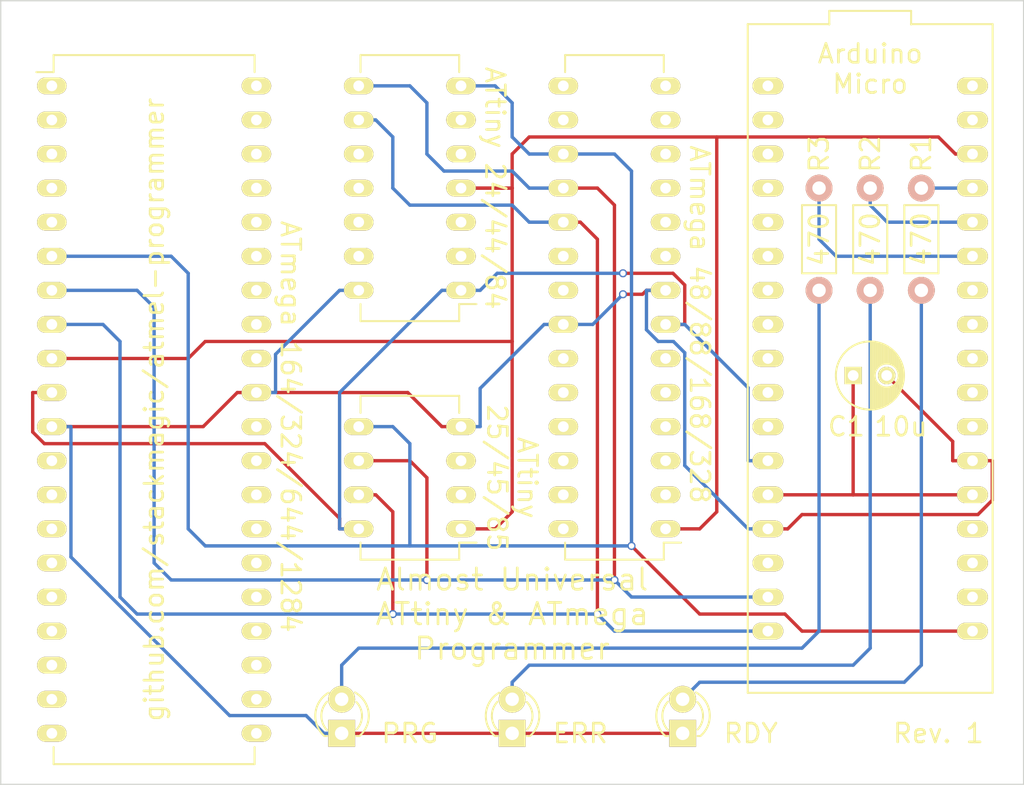
<source format=kicad_pcb>
(kicad_pcb (version 20171130) (host pcbnew "(5.1.12)-1")

  (general
    (thickness 1.6)
    (drawings 12)
    (tracks 181)
    (zones 0)
    (modules 12)
    (nets 78)
  )

  (page A4)
  (layers
    (0 F.Cu signal)
    (31 B.Cu signal)
    (32 B.Adhes user)
    (33 F.Adhes user)
    (34 B.Paste user)
    (35 F.Paste user)
    (36 B.SilkS user)
    (37 F.SilkS user)
    (38 B.Mask user)
    (39 F.Mask user)
    (40 Dwgs.User user)
    (41 Cmts.User user)
    (42 Eco1.User user)
    (43 Eco2.User user)
    (44 Edge.Cuts user)
    (45 Margin user)
    (46 B.CrtYd user)
    (47 F.CrtYd user)
    (48 B.Fab user)
    (49 F.Fab user)
  )

  (setup
    (last_trace_width 0.25)
    (trace_clearance 0.2)
    (zone_clearance 0.508)
    (zone_45_only yes)
    (trace_min 0.2)
    (via_size 0.6)
    (via_drill 0.4)
    (via_min_size 0.4)
    (via_min_drill 0.3)
    (uvia_size 0.3)
    (uvia_drill 0.1)
    (uvias_allowed no)
    (uvia_min_size 0.2)
    (uvia_min_drill 0.1)
    (edge_width 0.1)
    (segment_width 0.2)
    (pcb_text_width 0.3)
    (pcb_text_size 1.5 1.5)
    (mod_edge_width 0.15)
    (mod_text_size 1 1)
    (mod_text_width 0.15)
    (pad_size 2.2 1.25)
    (pad_drill 0.8)
    (pad_to_mask_clearance 0)
    (aux_axis_origin 0 0)
    (visible_elements 7FFFFFFF)
    (pcbplotparams
      (layerselection 0x010f0_80000001)
      (usegerberextensions false)
      (usegerberattributes true)
      (usegerberadvancedattributes true)
      (creategerberjobfile true)
      (excludeedgelayer true)
      (linewidth 0.100000)
      (plotframeref false)
      (viasonmask false)
      (mode 1)
      (useauxorigin false)
      (hpglpennumber 1)
      (hpglpenspeed 20)
      (hpglpendiameter 15.000000)
      (psnegative false)
      (psa4output false)
      (plotreference true)
      (plotvalue true)
      (plotinvisibletext false)
      (padsonsilk false)
      (subtractmaskfromsilk false)
      (outputformat 1)
      (mirror false)
      (drillshape 0)
      (scaleselection 1)
      (outputdirectory "gerber/"))
  )

  (net 0 "")
  (net 1 "Net-(C1-Pad1)")
  (net 2 GND)
  (net 3 "Net-(D1-Pad2)")
  (net 4 "Net-(D2-Pad2)")
  (net 5 "Net-(D3-Pad2)")
  (net 6 RST)
  (net 7 "Net-(IC1-Pad2)")
  (net 8 "Net-(IC1-Pad3)")
  (net 9 MOSI)
  (net 10 MISO)
  (net 11 VCC)
  (net 12 "Net-(IC2-Pad2)")
  (net 13 "Net-(IC2-Pad3)")
  (net 14 "Net-(IC2-Pad5)")
  (net 15 "Net-(IC2-Pad6)")
  (net 16 SCK)
  (net 17 "Net-(IC2-Pad10)")
  (net 18 "Net-(IC2-Pad11)")
  (net 19 "Net-(IC2-Pad12)")
  (net 20 "Net-(IC2-Pad13)")
  (net 21 "Net-(IC3-Pad2)")
  (net 22 "Net-(IC3-Pad3)")
  (net 23 "Net-(IC3-Pad4)")
  (net 24 "Net-(IC3-Pad5)")
  (net 25 "Net-(IC3-Pad6)")
  (net 26 "Net-(IC3-Pad9)")
  (net 27 "Net-(IC3-Pad10)")
  (net 28 "Net-(IC3-Pad11)")
  (net 29 "Net-(IC3-Pad12)")
  (net 30 "Net-(IC3-Pad13)")
  (net 31 "Net-(IC3-Pad14)")
  (net 32 "Net-(IC3-Pad15)")
  (net 33 "Net-(IC3-Pad16)")
  (net 34 "Net-(IC3-Pad20)")
  (net 35 "Net-(IC3-Pad21)")
  (net 36 "Net-(IC3-Pad23)")
  (net 37 "Net-(IC3-Pad24)")
  (net 38 "Net-(IC3-Pad25)")
  (net 39 "Net-(IC3-Pad26)")
  (net 40 "Net-(IC3-Pad27)")
  (net 41 "Net-(IC3-Pad28)")
  (net 42 "Net-(IC4-Pad1)")
  (net 43 "Net-(IC4-Pad2)")
  (net 44 "Net-(IC4-Pad3)")
  (net 45 "Net-(IC4-Pad4)")
  (net 46 "Net-(IC4-Pad5)")
  (net 47 "Net-(IC4-Pad12)")
  (net 48 "Net-(IC4-Pad13)")
  (net 49 "Net-(IC4-Pad14)")
  (net 50 "Net-(IC4-Pad15)")
  (net 51 "Net-(IC4-Pad16)")
  (net 52 "Net-(IC4-Pad17)")
  (net 53 "Net-(IC4-Pad18)")
  (net 54 "Net-(IC4-Pad19)")
  (net 55 "Net-(IC4-Pad20)")
  (net 56 "Net-(IC4-Pad21)")
  (net 57 "Net-(IC4-Pad22)")
  (net 58 "Net-(IC4-Pad23)")
  (net 59 "Net-(IC4-Pad24)")
  (net 60 "Net-(IC4-Pad25)")
  (net 61 "Net-(IC4-Pad26)")
  (net 62 "Net-(IC4-Pad27)")
  (net 63 "Net-(IC4-Pad28)")
  (net 64 "Net-(IC4-Pad29)")
  (net 65 "Net-(IC4-Pad30)")
  (net 66 "Net-(IC4-Pad32)")
  (net 67 "Net-(IC4-Pad33)")
  (net 68 "Net-(IC4-Pad34)")
  (net 69 "Net-(IC4-Pad35)")
  (net 70 "Net-(IC4-Pad36)")
  (net 71 "Net-(IC4-Pad37)")
  (net 72 "Net-(IC4-Pad38)")
  (net 73 "Net-(IC4-Pad39)")
  (net 74 "Net-(IC4-Pad40)")
  (net 75 "Net-(R1-Pad2)")
  (net 76 "Net-(R2-Pad2)")
  (net 77 "Net-(R3-Pad2)")

  (net_class Default "This is the default net class."
    (clearance 0.2)
    (trace_width 0.25)
    (via_dia 0.6)
    (via_drill 0.4)
    (uvia_dia 0.3)
    (uvia_drill 0.1)
    (add_net GND)
    (add_net MISO)
    (add_net MOSI)
    (add_net "Net-(C1-Pad1)")
    (add_net "Net-(D1-Pad2)")
    (add_net "Net-(D2-Pad2)")
    (add_net "Net-(D3-Pad2)")
    (add_net "Net-(IC1-Pad2)")
    (add_net "Net-(IC1-Pad3)")
    (add_net "Net-(IC2-Pad10)")
    (add_net "Net-(IC2-Pad11)")
    (add_net "Net-(IC2-Pad12)")
    (add_net "Net-(IC2-Pad13)")
    (add_net "Net-(IC2-Pad2)")
    (add_net "Net-(IC2-Pad3)")
    (add_net "Net-(IC2-Pad5)")
    (add_net "Net-(IC2-Pad6)")
    (add_net "Net-(IC3-Pad10)")
    (add_net "Net-(IC3-Pad11)")
    (add_net "Net-(IC3-Pad12)")
    (add_net "Net-(IC3-Pad13)")
    (add_net "Net-(IC3-Pad14)")
    (add_net "Net-(IC3-Pad15)")
    (add_net "Net-(IC3-Pad16)")
    (add_net "Net-(IC3-Pad2)")
    (add_net "Net-(IC3-Pad20)")
    (add_net "Net-(IC3-Pad21)")
    (add_net "Net-(IC3-Pad23)")
    (add_net "Net-(IC3-Pad24)")
    (add_net "Net-(IC3-Pad25)")
    (add_net "Net-(IC3-Pad26)")
    (add_net "Net-(IC3-Pad27)")
    (add_net "Net-(IC3-Pad28)")
    (add_net "Net-(IC3-Pad3)")
    (add_net "Net-(IC3-Pad4)")
    (add_net "Net-(IC3-Pad5)")
    (add_net "Net-(IC3-Pad6)")
    (add_net "Net-(IC3-Pad9)")
    (add_net "Net-(IC4-Pad1)")
    (add_net "Net-(IC4-Pad12)")
    (add_net "Net-(IC4-Pad13)")
    (add_net "Net-(IC4-Pad14)")
    (add_net "Net-(IC4-Pad15)")
    (add_net "Net-(IC4-Pad16)")
    (add_net "Net-(IC4-Pad17)")
    (add_net "Net-(IC4-Pad18)")
    (add_net "Net-(IC4-Pad19)")
    (add_net "Net-(IC4-Pad2)")
    (add_net "Net-(IC4-Pad20)")
    (add_net "Net-(IC4-Pad21)")
    (add_net "Net-(IC4-Pad22)")
    (add_net "Net-(IC4-Pad23)")
    (add_net "Net-(IC4-Pad24)")
    (add_net "Net-(IC4-Pad25)")
    (add_net "Net-(IC4-Pad26)")
    (add_net "Net-(IC4-Pad27)")
    (add_net "Net-(IC4-Pad28)")
    (add_net "Net-(IC4-Pad29)")
    (add_net "Net-(IC4-Pad3)")
    (add_net "Net-(IC4-Pad30)")
    (add_net "Net-(IC4-Pad32)")
    (add_net "Net-(IC4-Pad33)")
    (add_net "Net-(IC4-Pad34)")
    (add_net "Net-(IC4-Pad35)")
    (add_net "Net-(IC4-Pad36)")
    (add_net "Net-(IC4-Pad37)")
    (add_net "Net-(IC4-Pad38)")
    (add_net "Net-(IC4-Pad39)")
    (add_net "Net-(IC4-Pad4)")
    (add_net "Net-(IC4-Pad40)")
    (add_net "Net-(IC4-Pad5)")
    (add_net "Net-(R1-Pad2)")
    (add_net "Net-(R2-Pad2)")
    (add_net "Net-(R3-Pad2)")
    (add_net RST)
    (add_net SCK)
    (add_net VCC)
  )

  (module Capacitors_ThroughHole:C_Radial_D5_L6_P2.5 (layer F.Cu) (tedit 57323442) (tstamp 5730BC2E)
    (at 166.37 105.41)
    (descr "Radial Electrolytic Capacitor Diameter 5mm x Length 6mm, Pitch 2.5mm")
    (tags "Electrolytic Capacitor")
    (path /572F0B48)
    (fp_text reference C1 (at -0.508 3.81) (layer F.SilkS)
      (effects (font (size 1.4 1.4) (thickness 0.2)))
    )
    (fp_text value 10u (at 3.556 3.81) (layer F.SilkS)
      (effects (font (size 1.4 1.4) (thickness 0.2)))
    )
    (fp_circle (center 1.25 0) (end 1.25 -2.8) (layer F.CrtYd) (width 0.05))
    (fp_circle (center 1.25 0) (end 1.25 -2.5375) (layer F.SilkS) (width 0.15))
    (fp_circle (center 2.5 0) (end 2.5 -0.9) (layer F.SilkS) (width 0.15))
    (fp_line (start 3.705 -0.472) (end 3.705 0.472) (layer F.SilkS) (width 0.15))
    (fp_line (start 3.565 -0.944) (end 3.565 0.944) (layer F.SilkS) (width 0.15))
    (fp_line (start 3.425 -1.233) (end 3.425 1.233) (layer F.SilkS) (width 0.15))
    (fp_line (start 3.285 0.44) (end 3.285 1.452) (layer F.SilkS) (width 0.15))
    (fp_line (start 3.285 -1.452) (end 3.285 -0.44) (layer F.SilkS) (width 0.15))
    (fp_line (start 3.145 0.628) (end 3.145 1.631) (layer F.SilkS) (width 0.15))
    (fp_line (start 3.145 -1.631) (end 3.145 -0.628) (layer F.SilkS) (width 0.15))
    (fp_line (start 3.005 0.745) (end 3.005 1.78) (layer F.SilkS) (width 0.15))
    (fp_line (start 3.005 -1.78) (end 3.005 -0.745) (layer F.SilkS) (width 0.15))
    (fp_line (start 2.865 0.823) (end 2.865 1.908) (layer F.SilkS) (width 0.15))
    (fp_line (start 2.865 -1.908) (end 2.865 -0.823) (layer F.SilkS) (width 0.15))
    (fp_line (start 2.725 0.871) (end 2.725 2.019) (layer F.SilkS) (width 0.15))
    (fp_line (start 2.725 -2.019) (end 2.725 -0.871) (layer F.SilkS) (width 0.15))
    (fp_line (start 2.585 0.896) (end 2.585 2.114) (layer F.SilkS) (width 0.15))
    (fp_line (start 2.585 -2.114) (end 2.585 -0.896) (layer F.SilkS) (width 0.15))
    (fp_line (start 2.445 0.898) (end 2.445 2.196) (layer F.SilkS) (width 0.15))
    (fp_line (start 2.445 -2.196) (end 2.445 -0.898) (layer F.SilkS) (width 0.15))
    (fp_line (start 2.305 0.879) (end 2.305 2.266) (layer F.SilkS) (width 0.15))
    (fp_line (start 2.305 -2.266) (end 2.305 -0.879) (layer F.SilkS) (width 0.15))
    (fp_line (start 2.165 0.835) (end 2.165 2.327) (layer F.SilkS) (width 0.15))
    (fp_line (start 2.165 -2.327) (end 2.165 -0.835) (layer F.SilkS) (width 0.15))
    (fp_line (start 2.025 0.764) (end 2.025 2.377) (layer F.SilkS) (width 0.15))
    (fp_line (start 2.025 -2.377) (end 2.025 -0.764) (layer F.SilkS) (width 0.15))
    (fp_line (start 1.885 0.657) (end 1.885 2.418) (layer F.SilkS) (width 0.15))
    (fp_line (start 1.885 -2.418) (end 1.885 -0.657) (layer F.SilkS) (width 0.15))
    (fp_line (start 1.745 0.49) (end 1.745 2.451) (layer F.SilkS) (width 0.15))
    (fp_line (start 1.745 -2.451) (end 1.745 -0.49) (layer F.SilkS) (width 0.15))
    (fp_line (start 1.605 0.095) (end 1.605 2.475) (layer F.SilkS) (width 0.15))
    (fp_line (start 1.605 -2.475) (end 1.605 -0.095) (layer F.SilkS) (width 0.15))
    (fp_line (start 1.465 -2.491) (end 1.465 2.491) (layer F.SilkS) (width 0.15))
    (fp_line (start 1.325 -2.499) (end 1.325 2.499) (layer F.SilkS) (width 0.15))
    (pad 1 thru_hole rect (at 0 0) (size 1.3 1.3) (drill 0.8) (layers *.Cu *.Mask F.SilkS)
      (net 1 "Net-(C1-Pad1)"))
    (pad 2 thru_hole circle (at 2.5 0) (size 1.3 1.3) (drill 0.8) (layers *.Cu *.Mask F.SilkS)
      (net 2 GND))
    (model Capacitors_ThroughHole.3dshapes/C_Radial_D5_L6_P2.5.wrl
      (offset (xyz 1.250000021226883 0 0))
      (scale (xyz 1 1 1))
      (rotate (xyz 0 0 90))
    )
  )

  (module custom_footprints:ArduinoMicro (layer F.Cu) (tedit 57326353) (tstamp 572F1CEC)
    (at 167.64 104.14 270)
    (path /572F0AA4)
    (fp_text reference U1 (at -24.13 0) (layer F.SilkS) hide
      (effects (font (size 1.2 1.2) (thickness 0.15)))
    )
    (fp_text value Arduino_Micro_ISP (at 0 5.08 270) (layer F.Fab) hide
      (effects (font (size 1.2 1.2) (thickness 0.15)))
    )
    (fp_line (start -24.92 3.039999) (end -24.92 9.119999) (layer F.SilkS) (width 0.15))
    (fp_line (start -24.92 -9.12) (end -24.92 -3.04) (layer F.SilkS) (width 0.15))
    (fp_line (start 24.92 -9.119999) (end -24.92 -9.12) (layer F.SilkS) (width 0.15))
    (fp_line (start 24.92 9.12) (end 24.92 -9.119999) (layer F.SilkS) (width 0.15))
    (fp_line (start -24.92 9.119999) (end 24.92 9.12) (layer F.SilkS) (width 0.15))
    (fp_line (start -25.908 -3.048) (end -24.892 -3.048) (layer F.SilkS) (width 0.15))
    (fp_line (start -25.908 3.048) (end -25.908 -3.048) (layer F.SilkS) (width 0.15))
    (fp_line (start -24.892 3.048) (end -25.908 3.048) (layer F.SilkS) (width 0.15))
    (pad 34 thru_hole oval (at -20.32 -7.62 270) (size 1.25 2.3) (drill 0.8) (layers *.Cu *.Mask F.SilkS))
    (pad 1 thru_hole oval (at -20.32 7.62 270) (size 1.25 2.3) (drill 0.8) (layers *.Cu *.Mask F.SilkS))
    (pad 33 thru_hole oval (at -17.78 -7.62 270) (size 1.25 2.3) (drill 0.8) (layers *.Cu *.Mask F.SilkS))
    (pad 2 thru_hole oval (at -17.78 7.62 270) (size 1.25 2.3) (drill 0.8) (layers *.Cu *.Mask F.SilkS))
    (pad 32 thru_hole oval (at -15.24 -7.62 270) (size 1.25 2.3) (drill 0.8) (layers *.Cu *.Mask F.SilkS)
      (net 6 RST))
    (pad 3 thru_hole oval (at -15.24 7.62 270) (size 1.25 2.3) (drill 0.8) (layers *.Cu *.Mask F.SilkS))
    (pad 31 thru_hole oval (at -12.7 -7.62 270) (size 1.25 2.3) (drill 0.8) (layers *.Cu *.Mask F.SilkS)
      (net 75 "Net-(R1-Pad2)"))
    (pad 4 thru_hole oval (at -12.7 7.62 270) (size 1.25 2.3) (drill 0.8) (layers *.Cu *.Mask F.SilkS))
    (pad 30 thru_hole oval (at -10.16 -7.62 270) (size 1.25 2.3) (drill 0.8) (layers *.Cu *.Mask F.SilkS)
      (net 76 "Net-(R2-Pad2)"))
    (pad 5 thru_hole oval (at -10.16 7.62 270) (size 1.25 2.3) (drill 0.8) (layers *.Cu *.Mask F.SilkS))
    (pad 29 thru_hole oval (at -7.62 -7.62 270) (size 1.25 2.3) (drill 0.8) (layers *.Cu *.Mask F.SilkS)
      (net 77 "Net-(R3-Pad2)"))
    (pad 6 thru_hole oval (at -7.62 7.62 270) (size 1.25 2.3) (drill 0.8) (layers *.Cu *.Mask F.SilkS))
    (pad 28 thru_hole oval (at -5.08 -7.62 270) (size 1.25 2.3) (drill 0.8) (layers *.Cu *.Mask F.SilkS))
    (pad 7 thru_hole oval (at -5.08 7.62 270) (size 1.25 2.3) (drill 0.8) (layers *.Cu *.Mask F.SilkS))
    (pad 27 thru_hole oval (at -2.54 -7.62 270) (size 1.25 2.3) (drill 0.8) (layers *.Cu *.Mask F.SilkS))
    (pad 8 thru_hole oval (at -2.54 7.62 270) (size 1.25 2.3) (drill 0.8) (layers *.Cu *.Mask F.SilkS))
    (pad 26 thru_hole oval (at 0 -7.62 270) (size 1.25 2.3) (drill 0.8) (layers *.Cu *.Mask F.SilkS))
    (pad 9 thru_hole oval (at 0 7.62 270) (size 1.25 2.3) (drill 0.8) (layers *.Cu *.Mask F.SilkS))
    (pad 25 thru_hole oval (at 2.54 -7.62 270) (size 1.25 2.3) (drill 0.8) (layers *.Cu *.Mask F.SilkS))
    (pad 10 thru_hole oval (at 2.54 7.62 270) (size 1.25 2.3) (drill 0.8) (layers *.Cu *.Mask F.SilkS))
    (pad 24 thru_hole oval (at 5.08 -7.62 270) (size 1.25 2.3) (drill 0.8) (layers *.Cu *.Mask F.SilkS))
    (pad 11 thru_hole oval (at 5.08 7.62 270) (size 1.25 2.3) (drill 0.8) (layers *.Cu *.Mask F.SilkS))
    (pad 23 thru_hole oval (at 7.62 -7.62 270) (size 1.25 2.3) (drill 0.8) (layers *.Cu *.Mask F.SilkS)
      (net 2 GND))
    (pad 12 thru_hole oval (at 7.62 7.62 270) (size 1.25 2.3) (drill 0.8) (layers *.Cu *.Mask F.SilkS)
      (net 11 VCC))
    (pad 22 thru_hole oval (at 10.16 -7.62 270) (size 1.25 2.3) (drill 0.8) (layers *.Cu *.Mask F.SilkS)
      (net 1 "Net-(C1-Pad1)"))
    (pad 13 thru_hole oval (at 10.16 7.62 270) (size 1.25 2.3) (drill 0.8) (layers *.Cu *.Mask F.SilkS)
      (net 1 "Net-(C1-Pad1)"))
    (pad 21 thru_hole oval (at 12.7 -7.62 270) (size 1.25 2.3) (drill 0.8) (layers *.Cu *.Mask F.SilkS))
    (pad 14 thru_hole oval (at 12.7 7.62 270) (size 1.25 2.3) (drill 0.8) (layers *.Cu *.Mask F.SilkS)
      (net 2 GND))
    (pad 20 thru_hole oval (at 15.24 -7.62 270) (size 1.25 2.3) (drill 0.8) (layers *.Cu *.Mask F.SilkS))
    (pad 15 thru_hole oval (at 15.24 7.62 270) (size 1.25 2.3) (drill 0.8) (layers *.Cu *.Mask F.SilkS))
    (pad 19 thru_hole oval (at 17.78 -7.62 270) (size 1.25 2.3) (drill 0.8) (layers *.Cu *.Mask F.SilkS))
    (pad 16 thru_hole oval (at 17.78 7.62 270) (size 1.25 2.3) (drill 0.8) (layers *.Cu *.Mask F.SilkS)
      (net 10 MISO))
    (pad 18 thru_hole oval (at 20.32 -7.62 270) (size 1.25 2.3) (drill 0.8) (layers *.Cu *.Mask F.SilkS)
      (net 9 MOSI))
    (pad 17 thru_hole oval (at 20.32 7.62 270) (size 1.25 2.3) (drill 0.8) (layers *.Cu *.Mask F.SilkS)
      (net 16 SCK))
  )

  (module LEDs:LED-3MM (layer F.Cu) (tedit 57326356) (tstamp 5730BC3F)
    (at 153.67 132.08 90)
    (descr "LED 3mm round vertical")
    (tags "LED  3mm round vertical")
    (path /572F0391)
    (fp_text reference D1 (at 5.08 0 180) (layer F.SilkS) hide
      (effects (font (size 1 1) (thickness 0.15)))
    )
    (fp_text value LED (at 1.3 -2.9 90) (layer F.Fab) hide
      (effects (font (size 1 1) (thickness 0.15)))
    )
    (fp_line (start -0.199 -1.28) (end -0.199 -1.1) (layer F.SilkS) (width 0.15))
    (fp_line (start -0.199 1.314) (end -0.199 1.114) (layer F.SilkS) (width 0.15))
    (fp_line (start -1.2 -2.2) (end -1.2 2.3) (layer F.CrtYd) (width 0.05))
    (fp_line (start 3.8 -2.2) (end -1.2 -2.2) (layer F.CrtYd) (width 0.05))
    (fp_line (start 3.8 2.3) (end 3.8 -2.2) (layer F.CrtYd) (width 0.05))
    (fp_line (start -1.2 2.3) (end 3.8 2.3) (layer F.CrtYd) (width 0.05))
    (fp_text user RDY (at 0 5.08 180) (layer F.SilkS)
      (effects (font (size 1.4 1.4) (thickness 0.2)))
    )
    (fp_arc (start 1.301 0.034) (end -0.199 -1.286) (angle 108.5) (layer F.SilkS) (width 0.15))
    (fp_arc (start 1.301 0.034) (end 0.25 -1.1) (angle 85.7) (layer F.SilkS) (width 0.15))
    (fp_arc (start 1.311 0.034) (end 3.051 0.994) (angle 110) (layer F.SilkS) (width 0.15))
    (fp_arc (start 1.301 0.034) (end 2.335 1.094) (angle 87.5) (layer F.SilkS) (width 0.15))
    (pad 1 thru_hole rect (at 0 0 180) (size 2 2) (drill 1.00076) (layers *.Cu *.Mask F.SilkS)
      (net 2 GND))
    (pad 2 thru_hole circle (at 2.54 0 90) (size 2 2) (drill 1.00076) (layers *.Cu *.Mask F.SilkS)
      (net 3 "Net-(D1-Pad2)"))
    (model LEDs.3dshapes/LED-3MM.wrl
      (offset (xyz 1.269999980926514 0 0))
      (scale (xyz 1 1 1))
      (rotate (xyz 0 0 90))
    )
  )

  (module LEDs:LED-3MM (layer F.Cu) (tedit 57326359) (tstamp 5730BC50)
    (at 140.97 132.08 90)
    (descr "LED 3mm round vertical")
    (tags "LED  3mm round vertical")
    (path /572F0406)
    (fp_text reference D2 (at 5.08 0 180) (layer F.SilkS) hide
      (effects (font (size 1 1) (thickness 0.15)))
    )
    (fp_text value LED (at 1.3 -2.9 90) (layer F.Fab) hide
      (effects (font (size 1 1) (thickness 0.15)))
    )
    (fp_line (start -0.199 -1.28) (end -0.199 -1.1) (layer F.SilkS) (width 0.15))
    (fp_line (start -0.199 1.314) (end -0.199 1.114) (layer F.SilkS) (width 0.15))
    (fp_line (start -1.2 -2.2) (end -1.2 2.3) (layer F.CrtYd) (width 0.05))
    (fp_line (start 3.8 -2.2) (end -1.2 -2.2) (layer F.CrtYd) (width 0.05))
    (fp_line (start 3.8 2.3) (end 3.8 -2.2) (layer F.CrtYd) (width 0.05))
    (fp_line (start -1.2 2.3) (end 3.8 2.3) (layer F.CrtYd) (width 0.05))
    (fp_text user ERR (at 0 5.08 180) (layer F.SilkS)
      (effects (font (size 1.4 1.4) (thickness 0.2)))
    )
    (fp_arc (start 1.301 0.034) (end -0.199 -1.286) (angle 108.5) (layer F.SilkS) (width 0.15))
    (fp_arc (start 1.301 0.034) (end 0.25 -1.1) (angle 85.7) (layer F.SilkS) (width 0.15))
    (fp_arc (start 1.311 0.034) (end 3.051 0.994) (angle 110) (layer F.SilkS) (width 0.15))
    (fp_arc (start 1.301 0.034) (end 2.335 1.094) (angle 87.5) (layer F.SilkS) (width 0.15))
    (pad 1 thru_hole rect (at 0 0 180) (size 2 2) (drill 1.00076) (layers *.Cu *.Mask F.SilkS)
      (net 2 GND))
    (pad 2 thru_hole circle (at 2.54 0 90) (size 2 2) (drill 1.00076) (layers *.Cu *.Mask F.SilkS)
      (net 4 "Net-(D2-Pad2)"))
    (model LEDs.3dshapes/LED-3MM.wrl
      (offset (xyz 1.269999980926514 0 0))
      (scale (xyz 1 1 1))
      (rotate (xyz 0 0 90))
    )
  )

  (module LEDs:LED-3MM (layer F.Cu) (tedit 5732635C) (tstamp 5730BC61)
    (at 128.27 132.08 90)
    (descr "LED 3mm round vertical")
    (tags "LED  3mm round vertical")
    (path /572F0425)
    (fp_text reference D3 (at 5.08 0 180) (layer F.SilkS) hide
      (effects (font (size 1 1) (thickness 0.15)))
    )
    (fp_text value LED (at 1.3 -2.9 90) (layer F.Fab) hide
      (effects (font (size 1 1) (thickness 0.15)))
    )
    (fp_line (start -0.199 -1.28) (end -0.199 -1.1) (layer F.SilkS) (width 0.15))
    (fp_line (start -0.199 1.314) (end -0.199 1.114) (layer F.SilkS) (width 0.15))
    (fp_line (start -1.2 -2.2) (end -1.2 2.3) (layer F.CrtYd) (width 0.05))
    (fp_line (start 3.8 -2.2) (end -1.2 -2.2) (layer F.CrtYd) (width 0.05))
    (fp_line (start 3.8 2.3) (end 3.8 -2.2) (layer F.CrtYd) (width 0.05))
    (fp_line (start -1.2 2.3) (end 3.8 2.3) (layer F.CrtYd) (width 0.05))
    (fp_text user PRG (at 0 5.08 180) (layer F.SilkS)
      (effects (font (size 1.4 1.4) (thickness 0.2)))
    )
    (fp_arc (start 1.301 0.034) (end -0.199 -1.286) (angle 108.5) (layer F.SilkS) (width 0.15))
    (fp_arc (start 1.301 0.034) (end 0.25 -1.1) (angle 85.7) (layer F.SilkS) (width 0.15))
    (fp_arc (start 1.311 0.034) (end 3.051 0.994) (angle 110) (layer F.SilkS) (width 0.15))
    (fp_arc (start 1.301 0.034) (end 2.335 1.094) (angle 87.5) (layer F.SilkS) (width 0.15))
    (pad 1 thru_hole rect (at 0 0 180) (size 2 2) (drill 1.00076) (layers *.Cu *.Mask F.SilkS)
      (net 2 GND))
    (pad 2 thru_hole circle (at 2.54 0 90) (size 2 2) (drill 1.00076) (layers *.Cu *.Mask F.SilkS)
      (net 5 "Net-(D3-Pad2)"))
    (model LEDs.3dshapes/LED-3MM.wrl
      (offset (xyz 1.269999980926514 0 0))
      (scale (xyz 1 1 1))
      (rotate (xyz 0 0 90))
    )
  )

  (module Housings_DIP:DIP-14_W7.62mm_LongPads (layer F.Cu) (tedit 57326344) (tstamp 5730BC93)
    (at 137.16 99.06 180)
    (descr "14-lead dip package, row spacing 7.62 mm (300 mils), longer pads")
    (tags "dil dip 2.54 300")
    (path /572F1CEA)
    (fp_text reference IC2 (at 3.81 -3.81 180) (layer F.SilkS) hide
      (effects (font (size 1 1) (thickness 0.15)))
    )
    (fp_text value ATTINY84-P (at 3.81 7.62 270) (layer F.Fab) hide
      (effects (font (size 1 1) (thickness 0.15)))
    )
    (fp_line (start 0.135 -1.025) (end -1.15 -1.025) (layer F.SilkS) (width 0.15))
    (fp_line (start 0.135 17.535) (end 7.485 17.535) (layer F.SilkS) (width 0.15))
    (fp_line (start 0.135 -2.295) (end 7.485 -2.295) (layer F.SilkS) (width 0.15))
    (fp_line (start 0.135 17.535) (end 0.135 16.265) (layer F.SilkS) (width 0.15))
    (fp_line (start 7.485 17.535) (end 7.485 16.265) (layer F.SilkS) (width 0.15))
    (fp_line (start 7.485 -2.295) (end 7.485 -1.025) (layer F.SilkS) (width 0.15))
    (fp_line (start 0.135 -2.295) (end 0.135 -1.025) (layer F.SilkS) (width 0.15))
    (fp_line (start -1.4 17.7) (end 9 17.7) (layer F.CrtYd) (width 0.05))
    (fp_line (start -1.4 -2.45) (end 9 -2.45) (layer F.CrtYd) (width 0.05))
    (fp_line (start 9 -2.45) (end 9 17.7) (layer F.CrtYd) (width 0.05))
    (fp_line (start -1.4 -2.45) (end -1.4 17.7) (layer F.CrtYd) (width 0.05))
    (pad 1 thru_hole oval (at 0 0 180) (size 2.2 1.25) (drill 0.8) (layers *.Cu *.Mask F.SilkS)
      (net 11 VCC))
    (pad 2 thru_hole oval (at 0 2.54 180) (size 2.2 1.25) (drill 0.8) (layers *.Cu *.Mask F.SilkS)
      (net 12 "Net-(IC2-Pad2)"))
    (pad 3 thru_hole oval (at 0 5.08 180) (size 2.2 1.25) (drill 0.8) (layers *.Cu *.Mask F.SilkS)
      (net 13 "Net-(IC2-Pad3)"))
    (pad 4 thru_hole oval (at 0 7.62 180) (size 2.2 1.25) (drill 0.8) (layers *.Cu *.Mask F.SilkS)
      (net 6 RST))
    (pad 5 thru_hole oval (at 0 10.16 180) (size 2.2 1.25) (drill 0.8) (layers *.Cu *.Mask F.SilkS)
      (net 14 "Net-(IC2-Pad5)"))
    (pad 6 thru_hole oval (at 0 12.7 180) (size 2.2 1.25) (drill 0.8) (layers *.Cu *.Mask F.SilkS)
      (net 15 "Net-(IC2-Pad6)"))
    (pad 7 thru_hole oval (at 0 15.24 180) (size 2.2 1.25) (drill 0.8) (layers *.Cu *.Mask F.SilkS)
      (net 9 MOSI))
    (pad 8 thru_hole oval (at 7.62 15.24 180) (size 2.2 1.25) (drill 0.8) (layers *.Cu *.Mask F.SilkS)
      (net 10 MISO))
    (pad 9 thru_hole oval (at 7.62 12.7 180) (size 2.2 1.25) (drill 0.8) (layers *.Cu *.Mask F.SilkS)
      (net 16 SCK))
    (pad 10 thru_hole oval (at 7.62 10.16 180) (size 2.2 1.25) (drill 0.8) (layers *.Cu *.Mask F.SilkS)
      (net 17 "Net-(IC2-Pad10)"))
    (pad 11 thru_hole oval (at 7.62 7.62 180) (size 2.2 1.25) (drill 0.8) (layers *.Cu *.Mask F.SilkS)
      (net 18 "Net-(IC2-Pad11)"))
    (pad 12 thru_hole oval (at 7.62 5.08 180) (size 2.2 1.25) (drill 0.8) (layers *.Cu *.Mask F.SilkS)
      (net 19 "Net-(IC2-Pad12)"))
    (pad 13 thru_hole oval (at 7.62 2.54 180) (size 2.2 1.25) (drill 0.8) (layers *.Cu *.Mask F.SilkS)
      (net 20 "Net-(IC2-Pad13)"))
    (pad 14 thru_hole oval (at 7.62 0 180) (size 2.2 1.25) (drill 0.8) (layers *.Cu *.Mask F.SilkS)
      (net 2 GND))
    (model Housings_DIP.3dshapes/DIP-14_W7.62mm_LongPads.wrl
      (at (xyz 0 0 0))
      (scale (xyz 1 1 1))
      (rotate (xyz 0 0 0))
    )
  )

  (module Housings_DIP:DIP-28_W7.62mm_LongPads (layer F.Cu) (tedit 57326350) (tstamp 5730BCBE)
    (at 152.4 116.84 180)
    (descr "28-lead dip package, row spacing 7.62 mm (300 mils), longer pads")
    (tags "dil dip 2.54 300")
    (path /572F3310)
    (fp_text reference IC3 (at 3.81 -3.81 180) (layer F.SilkS) hide
      (effects (font (size 1 1) (thickness 0.15)))
    )
    (fp_text value ATMEGA328-P (at 3.81 15.24 270) (layer F.Fab) hide
      (effects (font (size 1 1) (thickness 0.15)))
    )
    (fp_line (start 0.135 -1.025) (end -1.15 -1.025) (layer F.SilkS) (width 0.15))
    (fp_line (start 0.135 35.315) (end 7.485 35.315) (layer F.SilkS) (width 0.15))
    (fp_line (start 0.135 -2.295) (end 7.485 -2.295) (layer F.SilkS) (width 0.15))
    (fp_line (start 0.135 35.315) (end 0.135 34.045) (layer F.SilkS) (width 0.15))
    (fp_line (start 7.485 35.315) (end 7.485 34.045) (layer F.SilkS) (width 0.15))
    (fp_line (start 7.485 -2.295) (end 7.485 -1.025) (layer F.SilkS) (width 0.15))
    (fp_line (start 0.135 -2.295) (end 0.135 -1.025) (layer F.SilkS) (width 0.15))
    (fp_line (start -1.4 35.5) (end 9 35.5) (layer F.CrtYd) (width 0.05))
    (fp_line (start -1.4 -2.45) (end 9 -2.45) (layer F.CrtYd) (width 0.05))
    (fp_line (start 9 -2.45) (end 9 35.5) (layer F.CrtYd) (width 0.05))
    (fp_line (start -1.4 -2.45) (end -1.4 35.5) (layer F.CrtYd) (width 0.05))
    (pad 1 thru_hole oval (at 0 0 180) (size 2.2 1.25) (drill 0.8) (layers *.Cu *.Mask F.SilkS)
      (net 6 RST))
    (pad 2 thru_hole oval (at 0 2.54 180) (size 2.2 1.25) (drill 0.8) (layers *.Cu *.Mask F.SilkS)
      (net 21 "Net-(IC3-Pad2)"))
    (pad 3 thru_hole oval (at 0 5.08 180) (size 2.2 1.25) (drill 0.8) (layers *.Cu *.Mask F.SilkS)
      (net 22 "Net-(IC3-Pad3)"))
    (pad 4 thru_hole oval (at 0 7.62 180) (size 2.2 1.25) (drill 0.8) (layers *.Cu *.Mask F.SilkS)
      (net 23 "Net-(IC3-Pad4)"))
    (pad 5 thru_hole oval (at 0 10.16 180) (size 2.2 1.25) (drill 0.8) (layers *.Cu *.Mask F.SilkS)
      (net 24 "Net-(IC3-Pad5)"))
    (pad 6 thru_hole oval (at 0 12.7 180) (size 2.2 1.25) (drill 0.8) (layers *.Cu *.Mask F.SilkS)
      (net 25 "Net-(IC3-Pad6)"))
    (pad 7 thru_hole oval (at 0 15.24 180) (size 2.2 1.25) (drill 0.8) (layers *.Cu *.Mask F.SilkS)
      (net 11 VCC))
    (pad 8 thru_hole oval (at 0 17.78 180) (size 2.2 1.25) (drill 0.8) (layers *.Cu *.Mask F.SilkS)
      (net 2 GND))
    (pad 9 thru_hole oval (at 0 20.32 180) (size 2.2 1.25) (drill 0.8) (layers *.Cu *.Mask F.SilkS)
      (net 26 "Net-(IC3-Pad9)"))
    (pad 10 thru_hole oval (at 0 22.86 180) (size 2.2 1.25) (drill 0.8) (layers *.Cu *.Mask F.SilkS)
      (net 27 "Net-(IC3-Pad10)"))
    (pad 11 thru_hole oval (at 0 25.4 180) (size 2.2 1.25) (drill 0.8) (layers *.Cu *.Mask F.SilkS)
      (net 28 "Net-(IC3-Pad11)"))
    (pad 12 thru_hole oval (at 0 27.94 180) (size 2.2 1.25) (drill 0.8) (layers *.Cu *.Mask F.SilkS)
      (net 29 "Net-(IC3-Pad12)"))
    (pad 13 thru_hole oval (at 0 30.48 180) (size 2.2 1.25) (drill 0.8) (layers *.Cu *.Mask F.SilkS)
      (net 30 "Net-(IC3-Pad13)"))
    (pad 14 thru_hole oval (at 0 33.02 180) (size 2.2 1.25) (drill 0.8) (layers *.Cu *.Mask F.SilkS)
      (net 31 "Net-(IC3-Pad14)"))
    (pad 15 thru_hole oval (at 7.62 33.02 180) (size 2.2 1.25) (drill 0.8) (layers *.Cu *.Mask F.SilkS)
      (net 32 "Net-(IC3-Pad15)"))
    (pad 16 thru_hole oval (at 7.62 30.48 180) (size 2.2 1.25) (drill 0.8) (layers *.Cu *.Mask F.SilkS)
      (net 33 "Net-(IC3-Pad16)"))
    (pad 17 thru_hole oval (at 7.62 27.94 180) (size 2.2 1.25) (drill 0.8) (layers *.Cu *.Mask F.SilkS)
      (net 9 MOSI))
    (pad 18 thru_hole oval (at 7.62 25.4 180) (size 2.2 1.25) (drill 0.8) (layers *.Cu *.Mask F.SilkS)
      (net 10 MISO))
    (pad 19 thru_hole oval (at 7.62 22.86 180) (size 2.2 1.25) (drill 0.8) (layers *.Cu *.Mask F.SilkS)
      (net 16 SCK))
    (pad 20 thru_hole oval (at 7.62 20.32 180) (size 2.2 1.25) (drill 0.8) (layers *.Cu *.Mask F.SilkS)
      (net 34 "Net-(IC3-Pad20)"))
    (pad 21 thru_hole oval (at 7.62 17.78 180) (size 2.2 1.25) (drill 0.8) (layers *.Cu *.Mask F.SilkS)
      (net 35 "Net-(IC3-Pad21)"))
    (pad 22 thru_hole oval (at 7.62 15.24 180) (size 2.2 1.25) (drill 0.8) (layers *.Cu *.Mask F.SilkS)
      (net 2 GND))
    (pad 23 thru_hole oval (at 7.62 12.7 180) (size 2.2 1.25) (drill 0.8) (layers *.Cu *.Mask F.SilkS)
      (net 36 "Net-(IC3-Pad23)"))
    (pad 24 thru_hole oval (at 7.62 10.16 180) (size 2.2 1.25) (drill 0.8) (layers *.Cu *.Mask F.SilkS)
      (net 37 "Net-(IC3-Pad24)"))
    (pad 25 thru_hole oval (at 7.62 7.62 180) (size 2.2 1.25) (drill 0.8) (layers *.Cu *.Mask F.SilkS)
      (net 38 "Net-(IC3-Pad25)"))
    (pad 26 thru_hole oval (at 7.62 5.08 180) (size 2.2 1.25) (drill 0.8) (layers *.Cu *.Mask F.SilkS)
      (net 39 "Net-(IC3-Pad26)"))
    (pad 27 thru_hole oval (at 7.62 2.54 180) (size 2.2 1.25) (drill 0.8) (layers *.Cu *.Mask F.SilkS)
      (net 40 "Net-(IC3-Pad27)"))
    (pad 28 thru_hole oval (at 7.62 0 180) (size 2.2 1.25) (drill 0.8) (layers *.Cu *.Mask F.SilkS)
      (net 41 "Net-(IC3-Pad28)"))
    (model Housings_DIP.3dshapes/DIP-28_W7.62mm_LongPads.wrl
      (at (xyz 0 0 0))
      (scale (xyz 1 1 1))
      (rotate (xyz 0 0 0))
    )
  )

  (module Housings_DIP:DIP-40_W15.24mm_LongPads (layer F.Cu) (tedit 57326348) (tstamp 5730BCF5)
    (at 106.68 83.82)
    (descr "40-lead dip package, row spacing 15.24 mm (600 mils), longer pads")
    (tags "dil dip 2.54 600")
    (path /572F3840)
    (fp_text reference IC4 (at 7.62 -1.27) (layer F.SilkS) hide
      (effects (font (size 1 1) (thickness 0.15)))
    )
    (fp_text value ATMEGA1284-P (at 12.7 22.86 90) (layer F.Fab) hide
      (effects (font (size 1 1) (thickness 0.15)))
    )
    (fp_line (start 0.135 -1.025) (end -1.15 -1.025) (layer F.SilkS) (width 0.15))
    (fp_line (start 0.135 50.555) (end 15.105 50.555) (layer F.SilkS) (width 0.15))
    (fp_line (start 0.135 -2.295) (end 15.105 -2.295) (layer F.SilkS) (width 0.15))
    (fp_line (start 0.135 50.555) (end 0.135 49.285) (layer F.SilkS) (width 0.15))
    (fp_line (start 15.105 50.555) (end 15.105 49.285) (layer F.SilkS) (width 0.15))
    (fp_line (start 15.105 -2.295) (end 15.105 -1.025) (layer F.SilkS) (width 0.15))
    (fp_line (start 0.135 -2.295) (end 0.135 -1.025) (layer F.SilkS) (width 0.15))
    (fp_line (start -1.4 50.75) (end 16.65 50.75) (layer F.CrtYd) (width 0.05))
    (fp_line (start -1.4 -2.45) (end 16.65 -2.45) (layer F.CrtYd) (width 0.05))
    (fp_line (start 16.65 -2.45) (end 16.65 50.75) (layer F.CrtYd) (width 0.05))
    (fp_line (start -1.4 -2.45) (end -1.4 50.75) (layer F.CrtYd) (width 0.05))
    (pad 1 thru_hole oval (at 0 0) (size 2.2 1.25) (drill 0.8) (layers *.Cu *.Mask F.SilkS)
      (net 42 "Net-(IC4-Pad1)"))
    (pad 2 thru_hole oval (at 0 2.54) (size 2.2 1.25) (drill 0.8) (layers *.Cu *.Mask F.SilkS)
      (net 43 "Net-(IC4-Pad2)"))
    (pad 3 thru_hole oval (at 0 5.08) (size 2.2 1.25) (drill 0.8) (layers *.Cu *.Mask F.SilkS)
      (net 44 "Net-(IC4-Pad3)"))
    (pad 4 thru_hole oval (at 0 7.62) (size 2.2 1.25) (drill 0.8) (layers *.Cu *.Mask F.SilkS)
      (net 45 "Net-(IC4-Pad4)"))
    (pad 5 thru_hole oval (at 0 10.16) (size 2.2 1.25) (drill 0.8) (layers *.Cu *.Mask F.SilkS)
      (net 46 "Net-(IC4-Pad5)"))
    (pad 6 thru_hole oval (at 0 12.7) (size 2.2 1.25) (drill 0.8) (layers *.Cu *.Mask F.SilkS)
      (net 9 MOSI))
    (pad 7 thru_hole oval (at 0 15.24) (size 2.2 1.25) (drill 0.8) (layers *.Cu *.Mask F.SilkS)
      (net 10 MISO))
    (pad 8 thru_hole oval (at 0 17.78) (size 2.2 1.25) (drill 0.8) (layers *.Cu *.Mask F.SilkS)
      (net 16 SCK))
    (pad 9 thru_hole oval (at 0 20.32) (size 2.2 1.25) (drill 0.8) (layers *.Cu *.Mask F.SilkS)
      (net 6 RST))
    (pad 10 thru_hole oval (at 0 22.86) (size 2.2 1.25) (drill 0.8) (layers *.Cu *.Mask F.SilkS)
      (net 11 VCC))
    (pad 11 thru_hole oval (at 0 25.4) (size 2.2 1.25) (drill 0.8) (layers *.Cu *.Mask F.SilkS)
      (net 2 GND))
    (pad 12 thru_hole oval (at 0 27.94) (size 2.2 1.25) (drill 0.8) (layers *.Cu *.Mask F.SilkS)
      (net 47 "Net-(IC4-Pad12)"))
    (pad 13 thru_hole oval (at 0 30.48) (size 2.2 1.25) (drill 0.8) (layers *.Cu *.Mask F.SilkS)
      (net 48 "Net-(IC4-Pad13)"))
    (pad 14 thru_hole oval (at 0 33.02) (size 2.2 1.25) (drill 0.8) (layers *.Cu *.Mask F.SilkS)
      (net 49 "Net-(IC4-Pad14)"))
    (pad 15 thru_hole oval (at 0 35.56) (size 2.2 1.25) (drill 0.8) (layers *.Cu *.Mask F.SilkS)
      (net 50 "Net-(IC4-Pad15)"))
    (pad 16 thru_hole oval (at 0 38.1) (size 2.2 1.25) (drill 0.8) (layers *.Cu *.Mask F.SilkS)
      (net 51 "Net-(IC4-Pad16)"))
    (pad 17 thru_hole oval (at 0 40.64) (size 2.2 1.25) (drill 0.8) (layers *.Cu *.Mask F.SilkS)
      (net 52 "Net-(IC4-Pad17)"))
    (pad 18 thru_hole oval (at 0 43.18) (size 2.2 1.25) (drill 0.8) (layers *.Cu *.Mask F.SilkS)
      (net 53 "Net-(IC4-Pad18)"))
    (pad 19 thru_hole oval (at 0 45.72) (size 2.2 1.25) (drill 0.8) (layers *.Cu *.Mask F.SilkS)
      (net 54 "Net-(IC4-Pad19)"))
    (pad 20 thru_hole oval (at 0 48.26) (size 2.2 1.25) (drill 0.8) (layers *.Cu *.Mask F.SilkS)
      (net 55 "Net-(IC4-Pad20)"))
    (pad 21 thru_hole oval (at 15.24 48.26) (size 2.2 1.25) (drill 0.8) (layers *.Cu *.Mask F.SilkS)
      (net 56 "Net-(IC4-Pad21)"))
    (pad 22 thru_hole oval (at 15.24 45.72) (size 2.2 1.25) (drill 0.8) (layers *.Cu *.Mask F.SilkS)
      (net 57 "Net-(IC4-Pad22)"))
    (pad 23 thru_hole oval (at 15.24 43.18) (size 2.2 1.25) (drill 0.8) (layers *.Cu *.Mask F.SilkS)
      (net 58 "Net-(IC4-Pad23)"))
    (pad 24 thru_hole oval (at 15.24 40.64) (size 2.2 1.25) (drill 0.8) (layers *.Cu *.Mask F.SilkS)
      (net 59 "Net-(IC4-Pad24)"))
    (pad 25 thru_hole oval (at 15.24 38.1) (size 2.2 1.25) (drill 0.8) (layers *.Cu *.Mask F.SilkS)
      (net 60 "Net-(IC4-Pad25)"))
    (pad 26 thru_hole oval (at 15.24 35.56) (size 2.2 1.25) (drill 0.8) (layers *.Cu *.Mask F.SilkS)
      (net 61 "Net-(IC4-Pad26)"))
    (pad 27 thru_hole oval (at 15.24 33.02) (size 2.2 1.25) (drill 0.8) (layers *.Cu *.Mask F.SilkS)
      (net 62 "Net-(IC4-Pad27)"))
    (pad 28 thru_hole oval (at 15.24 30.48) (size 2.2 1.25) (drill 0.8) (layers *.Cu *.Mask F.SilkS)
      (net 63 "Net-(IC4-Pad28)"))
    (pad 29 thru_hole oval (at 15.24 27.94) (size 2.2 1.25) (drill 0.8) (layers *.Cu *.Mask F.SilkS)
      (net 64 "Net-(IC4-Pad29)"))
    (pad 30 thru_hole oval (at 15.24 25.4) (size 2.2 1.25) (drill 0.8) (layers *.Cu *.Mask F.SilkS)
      (net 65 "Net-(IC4-Pad30)"))
    (pad 31 thru_hole oval (at 15.24 22.86) (size 2.2 1.25) (drill 0.8) (layers *.Cu *.Mask F.SilkS)
      (net 2 GND))
    (pad 32 thru_hole oval (at 15.24 20.32) (size 2.2 1.25) (drill 0.8) (layers *.Cu *.Mask F.SilkS)
      (net 66 "Net-(IC4-Pad32)"))
    (pad 33 thru_hole oval (at 15.24 17.78) (size 2.2 1.25) (drill 0.8) (layers *.Cu *.Mask F.SilkS)
      (net 67 "Net-(IC4-Pad33)"))
    (pad 34 thru_hole oval (at 15.24 15.24) (size 2.2 1.25) (drill 0.8) (layers *.Cu *.Mask F.SilkS)
      (net 68 "Net-(IC4-Pad34)"))
    (pad 35 thru_hole oval (at 15.24 12.7) (size 2.2 1.25) (drill 0.8) (layers *.Cu *.Mask F.SilkS)
      (net 69 "Net-(IC4-Pad35)"))
    (pad 36 thru_hole oval (at 15.24 10.16) (size 2.2 1.25) (drill 0.8) (layers *.Cu *.Mask F.SilkS)
      (net 70 "Net-(IC4-Pad36)"))
    (pad 37 thru_hole oval (at 15.24 7.62) (size 2.2 1.25) (drill 0.8) (layers *.Cu *.Mask F.SilkS)
      (net 71 "Net-(IC4-Pad37)"))
    (pad 38 thru_hole oval (at 15.24 5.08) (size 2.2 1.25) (drill 0.8) (layers *.Cu *.Mask F.SilkS)
      (net 72 "Net-(IC4-Pad38)"))
    (pad 39 thru_hole oval (at 15.24 2.54) (size 2.2 1.25) (drill 0.8) (layers *.Cu *.Mask F.SilkS)
      (net 73 "Net-(IC4-Pad39)"))
    (pad 40 thru_hole oval (at 15.24 0) (size 2.2 1.25) (drill 0.8) (layers *.Cu *.Mask F.SilkS)
      (net 74 "Net-(IC4-Pad40)"))
    (model Housings_DIP.3dshapes/DIP-40_W15.24mm_LongPads.wrl
      (at (xyz 0 0 0))
      (scale (xyz 1 1 1))
      (rotate (xyz 0 0 0))
    )
  )

  (module Housings_DIP:DIP-8_W7.62mm_LongPads (layer F.Cu) (tedit 5732634C) (tstamp 572F1D8A)
    (at 137.16 116.84 180)
    (descr "8-lead dip package, row spacing 7.62 mm (300 mils), longer pads")
    (tags "dil dip 2.54 300")
    (path /572F1836)
    (fp_text reference IC1 (at 3.81 -3.81 180) (layer F.SilkS) hide
      (effects (font (size 1 1) (thickness 0.15)))
    )
    (fp_text value ATTINY85-P (at 3.81 3.81 270) (layer F.Fab) hide
      (effects (font (size 1 1) (thickness 0.15)))
    )
    (fp_line (start 0.135 -1.025) (end -1.15 -1.025) (layer F.SilkS) (width 0.15))
    (fp_line (start 0.135 9.915) (end 7.485 9.915) (layer F.SilkS) (width 0.15))
    (fp_line (start 0.135 -2.295) (end 7.485 -2.295) (layer F.SilkS) (width 0.15))
    (fp_line (start 0.135 9.915) (end 0.135 8.645) (layer F.SilkS) (width 0.15))
    (fp_line (start 7.485 9.915) (end 7.485 8.645) (layer F.SilkS) (width 0.15))
    (fp_line (start 7.485 -2.295) (end 7.485 -1.025) (layer F.SilkS) (width 0.15))
    (fp_line (start 0.135 -2.295) (end 0.135 -1.025) (layer F.SilkS) (width 0.15))
    (fp_line (start -1.4 10.1) (end 9 10.1) (layer F.CrtYd) (width 0.05))
    (fp_line (start -1.4 -2.45) (end 9 -2.45) (layer F.CrtYd) (width 0.05))
    (fp_line (start 9 -2.45) (end 9 10.1) (layer F.CrtYd) (width 0.05))
    (fp_line (start -1.4 -2.45) (end -1.4 10.1) (layer F.CrtYd) (width 0.05))
    (pad 1 thru_hole oval (at 0 0 180) (size 2.2 1.25) (drill 0.8) (layers *.Cu *.Mask F.SilkS)
      (net 6 RST))
    (pad 2 thru_hole oval (at 0 2.54 180) (size 2.2 1.25) (drill 0.8) (layers *.Cu *.Mask F.SilkS)
      (net 7 "Net-(IC1-Pad2)"))
    (pad 3 thru_hole oval (at 0 5.08 180) (size 2.2 1.25) (drill 0.8) (layers *.Cu *.Mask F.SilkS)
      (net 8 "Net-(IC1-Pad3)"))
    (pad 4 thru_hole oval (at 0 7.62 180) (size 2.2 1.25) (drill 0.8) (layers *.Cu *.Mask F.SilkS)
      (net 2 GND))
    (pad 5 thru_hole oval (at 7.62 7.62 180) (size 2.2 1.25) (drill 0.8) (layers *.Cu *.Mask F.SilkS)
      (net 9 MOSI))
    (pad 6 thru_hole oval (at 7.62 5.08 180) (size 2.2 1.25) (drill 0.8) (layers *.Cu *.Mask F.SilkS)
      (net 10 MISO))
    (pad 7 thru_hole oval (at 7.62 2.54 180) (size 2.2 1.25) (drill 0.8) (layers *.Cu *.Mask F.SilkS)
      (net 16 SCK))
    (pad 8 thru_hole oval (at 7.62 0 180) (size 2.2 1.25) (drill 0.8) (layers *.Cu *.Mask F.SilkS)
      (net 11 VCC))
    (model Housings_DIP.3dshapes/DIP-8_W7.62mm_LongPads.wrl
      (at (xyz 0 0 0))
      (scale (xyz 1 1 1))
      (rotate (xyz 0 0 0))
    )
  )

  (module Resistors_ThroughHole:Resistor_Horizontal_RM7mm (layer F.Cu) (tedit 573234AB) (tstamp 572F2B54)
    (at 171.45 99.06 90)
    (descr "Resistor, Axial,  RM 7.62mm, 1/3W,")
    (tags "Resistor Axial RM 7.62mm 1/3W R3")
    (path /572F04CA)
    (fp_text reference R1 (at 10.16 0 90) (layer F.SilkS)
      (effects (font (size 1.4 1.4) (thickness 0.2)))
    )
    (fp_text value 470 (at 3.81 0 90) (layer F.SilkS)
      (effects (font (size 1.4 1.4) (thickness 0.2)))
    )
    (fp_line (start 1.27 1.27) (end 1.27 -1.27) (layer F.SilkS) (width 0.15))
    (fp_line (start 6.35 1.27) (end 1.27 1.27) (layer F.SilkS) (width 0.15))
    (fp_line (start 6.35 -1.27) (end 6.35 1.27) (layer F.SilkS) (width 0.15))
    (fp_line (start 1.27 -1.27) (end 6.35 -1.27) (layer F.SilkS) (width 0.15))
    (fp_line (start -1.25 1.5) (end 8.85 1.5) (layer F.CrtYd) (width 0.05))
    (fp_line (start 8.85 -1.5) (end 8.85 1.5) (layer F.CrtYd) (width 0.05))
    (fp_line (start -1.25 1.5) (end -1.25 -1.5) (layer F.CrtYd) (width 0.05))
    (fp_line (start -1.25 -1.5) (end 8.85 -1.5) (layer F.CrtYd) (width 0.05))
    (pad 1 thru_hole circle (at 0 0 90) (size 1.99898 1.99898) (drill 1.00076) (layers *.Cu *.SilkS *.Mask)
      (net 3 "Net-(D1-Pad2)"))
    (pad 2 thru_hole circle (at 7.62 0 90) (size 1.99898 1.99898) (drill 1.00076) (layers *.Cu *.SilkS *.Mask)
      (net 75 "Net-(R1-Pad2)"))
  )

  (module Resistors_ThroughHole:Resistor_Horizontal_RM7mm (layer F.Cu) (tedit 573234A4) (tstamp 572F2B5A)
    (at 167.64 99.06 90)
    (descr "Resistor, Axial,  RM 7.62mm, 1/3W,")
    (tags "Resistor Axial RM 7.62mm 1/3W R3")
    (path /572F128B)
    (fp_text reference R2 (at 10.16 0 90) (layer F.SilkS)
      (effects (font (size 1.4 1.4) (thickness 0.2)))
    )
    (fp_text value 470 (at 3.81 0 90) (layer F.SilkS)
      (effects (font (size 1.4 1.4) (thickness 0.2)))
    )
    (fp_line (start 1.27 1.27) (end 1.27 -1.27) (layer F.SilkS) (width 0.15))
    (fp_line (start 6.35 1.27) (end 1.27 1.27) (layer F.SilkS) (width 0.15))
    (fp_line (start 6.35 -1.27) (end 6.35 1.27) (layer F.SilkS) (width 0.15))
    (fp_line (start 1.27 -1.27) (end 6.35 -1.27) (layer F.SilkS) (width 0.15))
    (fp_line (start -1.25 1.5) (end 8.85 1.5) (layer F.CrtYd) (width 0.05))
    (fp_line (start 8.85 -1.5) (end 8.85 1.5) (layer F.CrtYd) (width 0.05))
    (fp_line (start -1.25 1.5) (end -1.25 -1.5) (layer F.CrtYd) (width 0.05))
    (fp_line (start -1.25 -1.5) (end 8.85 -1.5) (layer F.CrtYd) (width 0.05))
    (pad 1 thru_hole circle (at 0 0 90) (size 1.99898 1.99898) (drill 1.00076) (layers *.Cu *.SilkS *.Mask)
      (net 4 "Net-(D2-Pad2)"))
    (pad 2 thru_hole circle (at 7.62 0 90) (size 1.99898 1.99898) (drill 1.00076) (layers *.Cu *.SilkS *.Mask)
      (net 76 "Net-(R2-Pad2)"))
  )

  (module Resistors_ThroughHole:Resistor_Horizontal_RM7mm (layer F.Cu) (tedit 5732349E) (tstamp 572F2B60)
    (at 163.83 99.06 90)
    (descr "Resistor, Axial,  RM 7.62mm, 1/3W,")
    (tags "Resistor Axial RM 7.62mm 1/3W R3")
    (path /572F12C4)
    (fp_text reference R3 (at 10.16 0 90) (layer F.SilkS)
      (effects (font (size 1.4 1.4) (thickness 0.2)))
    )
    (fp_text value 470 (at 3.81 0 90) (layer F.SilkS)
      (effects (font (size 1.4 1.4) (thickness 0.2)))
    )
    (fp_line (start 1.27 1.27) (end 1.27 -1.27) (layer F.SilkS) (width 0.15))
    (fp_line (start 6.35 1.27) (end 1.27 1.27) (layer F.SilkS) (width 0.15))
    (fp_line (start 6.35 -1.27) (end 6.35 1.27) (layer F.SilkS) (width 0.15))
    (fp_line (start 1.27 -1.27) (end 6.35 -1.27) (layer F.SilkS) (width 0.15))
    (fp_line (start -1.25 1.5) (end 8.85 1.5) (layer F.CrtYd) (width 0.05))
    (fp_line (start 8.85 -1.5) (end 8.85 1.5) (layer F.CrtYd) (width 0.05))
    (fp_line (start -1.25 1.5) (end -1.25 -1.5) (layer F.CrtYd) (width 0.05))
    (fp_line (start -1.25 -1.5) (end 8.85 -1.5) (layer F.CrtYd) (width 0.05))
    (pad 1 thru_hole circle (at 0 0 90) (size 1.99898 1.99898) (drill 1.00076) (layers *.Cu *.SilkS *.Mask)
      (net 5 "Net-(D3-Pad2)"))
    (pad 2 thru_hole circle (at 7.62 0 90) (size 1.99898 1.99898) (drill 1.00076) (layers *.Cu *.SilkS *.Mask)
      (net 77 "Net-(R3-Pad2)"))
  )

  (gr_text github.com/stackmagic/atmel-programmer (at 114.3 107.95 90) (layer F.SilkS)
    (effects (font (size 1.4 1.4) (thickness 0.2)))
  )
  (gr_text "Rev. 1" (at 172.72 132.08) (layer F.SilkS)
    (effects (font (size 1.4 1.4) (thickness 0.2)))
  )
  (gr_text "Almost Universal\nATtiny & ATmega\nProgrammer" (at 140.97 123.19) (layer F.SilkS)
    (effects (font (size 1.6 1.6) (thickness 0.2)))
  )
  (gr_text "ATmega 48/88/168/328" (at 154.94 101.6 270) (layer F.SilkS)
    (effects (font (size 1.4 1.4) (thickness 0.2)))
  )
  (gr_text "Arduino\nMicro" (at 167.64 82.55) (layer F.SilkS)
    (effects (font (size 1.4 1.4) (thickness 0.2)))
  )
  (gr_text "ATmega 164/324/644/1284" (at 124.46 109.22 270) (layer F.SilkS)
    (effects (font (size 1.4 1.4) (thickness 0.2)))
  )
  (gr_text "ATtiny 24/44/84" (at 139.7 91.44 270) (layer F.SilkS)
    (effects (font (size 1.4 1.4) (thickness 0.2)))
  )
  (gr_text "ATtiny\n25/45/85" (at 140.97 113.03 270) (layer F.SilkS)
    (effects (font (size 1.4 1.4) (thickness 0.2)))
  )
  (gr_line (start 102.87 135.89) (end 102.87 77.47) (angle 90) (layer Edge.Cuts) (width 0.1))
  (gr_line (start 179.07 135.89) (end 102.87 135.89) (angle 90) (layer Edge.Cuts) (width 0.1))
  (gr_line (start 179.07 77.47) (end 179.07 135.89) (angle 90) (layer Edge.Cuts) (width 0.1))
  (gr_line (start 102.87 77.47) (end 179.07 77.47) (angle 90) (layer Edge.Cuts) (width 0.1))

  (segment (start 166.37 114.3) (end 175.26 114.3) (width 0.25) (layer F.Cu) (net 1))
  (segment (start 160.02 114.3) (end 166.37 114.3) (width 0.25) (layer F.Cu) (net 1))
  (segment (start 166.37 105.41) (end 166.37 114.3) (width 0.25) (layer F.Cu) (net 1))
  (segment (start 152.4 99.06) (end 150.9749 99.06) (width 0.25) (layer F.Cu) (net 2))
  (segment (start 149.225 99.3525) (end 150.6824 99.3525) (width 0.25) (layer F.Cu) (net 2))
  (segment (start 150.6824 99.3525) (end 150.9749 99.06) (width 0.25) (layer F.Cu) (net 2))
  (segment (start 144.78 101.6) (end 146.9775 101.6) (width 0.25) (layer B.Cu) (net 2))
  (segment (start 146.9775 101.6) (end 149.225 99.3525) (width 0.25) (layer B.Cu) (net 2))
  (segment (start 144.2602 101.6) (end 144.78 101.6) (width 0.25) (layer B.Cu) (net 2))
  (segment (start 152.4 99.06) (end 150.9749 99.06) (width 0.25) (layer B.Cu) (net 2))
  (segment (start 160.02 116.84) (end 158.5449 116.84) (width 0.25) (layer B.Cu) (net 2))
  (segment (start 158.5449 116.84) (end 153.8251 112.1202) (width 0.25) (layer B.Cu) (net 2))
  (segment (start 153.8251 112.1202) (end 153.8251 103.7152) (width 0.25) (layer B.Cu) (net 2))
  (segment (start 153.8251 103.7152) (end 152.9799 102.87) (width 0.25) (layer B.Cu) (net 2))
  (segment (start 152.9799 102.87) (end 151.8483 102.87) (width 0.25) (layer B.Cu) (net 2))
  (segment (start 151.8483 102.87) (end 150.9749 101.9966) (width 0.25) (layer B.Cu) (net 2))
  (segment (start 150.9749 101.9966) (end 150.9749 99.06) (width 0.25) (layer B.Cu) (net 2))
  (segment (start 175.26 111.76) (end 173.7849 111.76) (width 0.25) (layer F.Cu) (net 2))
  (segment (start 173.7849 111.76) (end 173.7849 110.3249) (width 0.25) (layer F.Cu) (net 2))
  (segment (start 173.7849 110.3249) (end 168.87 105.41) (width 0.25) (layer F.Cu) (net 2))
  (segment (start 175.7549 111.76) (end 175.26 111.76) (width 0.25) (layer F.Cu) (net 2))
  (segment (start 175.7549 111.76) (end 176.7351 111.76) (width 0.25) (layer F.Cu) (net 2))
  (segment (start 160.02 116.84) (end 161.4951 116.84) (width 0.25) (layer F.Cu) (net 2))
  (segment (start 161.4951 116.84) (end 162.5603 115.7748) (width 0.25) (layer F.Cu) (net 2))
  (segment (start 162.5603 115.7748) (end 175.6618 115.7748) (width 0.25) (layer F.Cu) (net 2))
  (segment (start 175.6618 115.7748) (end 176.7351 114.7015) (width 0.25) (layer F.Cu) (net 2))
  (segment (start 176.7351 114.7015) (end 176.7351 111.76) (width 0.25) (layer F.Cu) (net 2))
  (segment (start 106.68 109.22) (end 108.1051 109.22) (width 0.25) (layer B.Cu) (net 2))
  (segment (start 128.27 132.08) (end 126.9449 132.08) (width 0.25) (layer B.Cu) (net 2))
  (segment (start 126.9449 132.08) (end 125.6198 130.7549) (width 0.25) (layer B.Cu) (net 2))
  (segment (start 125.6198 130.7549) (end 119.923 130.7549) (width 0.25) (layer B.Cu) (net 2))
  (segment (start 119.923 130.7549) (end 108.1051 118.937) (width 0.25) (layer B.Cu) (net 2))
  (segment (start 108.1051 118.937) (end 108.1051 109.22) (width 0.25) (layer B.Cu) (net 2))
  (segment (start 140.97 132.08) (end 153.67 132.08) (width 0.25) (layer F.Cu) (net 2))
  (segment (start 128.27 132.08) (end 140.97 132.08) (width 0.25) (layer F.Cu) (net 2))
  (segment (start 144.2602 101.6) (end 143.3549 101.6) (width 0.25) (layer B.Cu) (net 2))
  (segment (start 137.16 109.22) (end 135.7349 109.22) (width 0.25) (layer F.Cu) (net 2))
  (segment (start 135.7349 109.22) (end 133.1949 106.68) (width 0.25) (layer F.Cu) (net 2))
  (segment (start 133.1949 106.68) (end 121.92 106.68) (width 0.25) (layer F.Cu) (net 2))
  (segment (start 121.92 106.68) (end 120.4949 106.68) (width 0.25) (layer F.Cu) (net 2))
  (segment (start 106.68 109.22) (end 117.9549 109.22) (width 0.25) (layer F.Cu) (net 2))
  (segment (start 117.9549 109.22) (end 120.4949 106.68) (width 0.25) (layer F.Cu) (net 2))
  (segment (start 129.54 99.06) (end 128.1149 99.06) (width 0.25) (layer B.Cu) (net 2))
  (segment (start 121.92 106.68) (end 123.3451 106.68) (width 0.25) (layer B.Cu) (net 2))
  (segment (start 123.3451 106.68) (end 123.3451 103.8298) (width 0.25) (layer B.Cu) (net 2))
  (segment (start 123.3451 103.8298) (end 128.1149 99.06) (width 0.25) (layer B.Cu) (net 2))
  (segment (start 137.16 109.22) (end 138.5851 109.22) (width 0.25) (layer B.Cu) (net 2))
  (segment (start 138.5851 109.22) (end 138.5851 106.3698) (width 0.25) (layer B.Cu) (net 2))
  (segment (start 138.5851 106.3698) (end 143.3549 101.6) (width 0.25) (layer B.Cu) (net 2))
  (via (at 149.225 99.3525) (size 0.6) (layers F.Cu B.Cu) (net 2))
  (segment (start 171.45 99.06) (end 171.45 127) (width 0.25) (layer B.Cu) (net 3))
  (segment (start 171.45 127) (end 170.18 128.27) (width 0.25) (layer B.Cu) (net 3))
  (segment (start 170.18 128.27) (end 154.94 128.27) (width 0.25) (layer B.Cu) (net 3))
  (segment (start 154.94 128.27) (end 153.67 129.54) (width 0.25) (layer B.Cu) (net 3))
  (segment (start 167.64 99.06) (end 167.64 125.73) (width 0.25) (layer B.Cu) (net 4))
  (segment (start 167.64 125.73) (end 166.37 127) (width 0.25) (layer B.Cu) (net 4))
  (segment (start 166.37 127) (end 142.24 127) (width 0.25) (layer B.Cu) (net 4))
  (segment (start 142.24 127) (end 140.97 128.27) (width 0.25) (layer B.Cu) (net 4))
  (segment (start 140.97 128.27) (end 140.97 129.54) (width 0.25) (layer B.Cu) (net 4))
  (segment (start 163.83 99.06) (end 163.83 124.46) (width 0.25) (layer B.Cu) (net 5))
  (segment (start 163.83 124.46) (end 162.56 125.73) (width 0.25) (layer B.Cu) (net 5))
  (segment (start 162.56 125.73) (end 129.54 125.73) (width 0.25) (layer B.Cu) (net 5))
  (segment (start 129.54 125.73) (end 128.27 127) (width 0.25) (layer B.Cu) (net 5))
  (segment (start 128.27 127) (end 128.27 129.54) (width 0.25) (layer B.Cu) (net 5))
  (segment (start 140.97 102.87) (end 140.97 91.44) (width 0.25) (layer F.Cu) (net 6))
  (segment (start 137.16 116.84) (end 139.7 116.84) (width 0.25) (layer F.Cu) (net 6))
  (segment (start 139.7 116.84) (end 140.97 115.57) (width 0.25) (layer F.Cu) (net 6))
  (segment (start 140.97 115.57) (end 140.97 102.87) (width 0.25) (layer F.Cu) (net 6))
  (segment (start 175.26 88.9) (end 173.99 88.9) (width 0.25) (layer F.Cu) (net 6))
  (segment (start 173.99 88.9) (end 172.72 87.63) (width 0.25) (layer F.Cu) (net 6))
  (segment (start 172.72 87.63) (end 156.21 87.63) (width 0.25) (layer F.Cu) (net 6))
  (segment (start 140.97 91.44) (end 137.16 91.44) (width 0.25) (layer F.Cu) (net 6))
  (segment (start 140.97 91.44) (end 137.16 91.44) (width 0.25) (layer F.Cu) (net 6))
  (segment (start 152.4 116.84) (end 154.94 116.84) (width 0.25) (layer F.Cu) (net 6))
  (segment (start 154.94 116.84) (end 156.21 115.57) (width 0.25) (layer F.Cu) (net 6))
  (segment (start 156.21 115.57) (end 156.21 87.63) (width 0.25) (layer F.Cu) (net 6))
  (segment (start 106.68 104.14) (end 116.84 104.14) (width 0.25) (layer F.Cu) (net 6))
  (segment (start 116.84 104.14) (end 118.11 102.87) (width 0.25) (layer F.Cu) (net 6))
  (segment (start 118.11 102.87) (end 140.97 102.87) (width 0.25) (layer F.Cu) (net 6))
  (segment (start 140.97 91.44) (end 140.97 88.9) (width 0.25) (layer F.Cu) (net 6))
  (segment (start 140.97 88.9) (end 142.24 87.63) (width 0.25) (layer F.Cu) (net 6))
  (segment (start 142.24 87.63) (end 156.21 87.63) (width 0.25) (layer F.Cu) (net 6))
  (segment (start 133.35 118.11) (end 118.11 118.11) (width 0.25) (layer B.Cu) (net 9))
  (segment (start 118.11 118.11) (end 116.84 116.84) (width 0.25) (layer B.Cu) (net 9))
  (segment (start 116.84 116.84) (end 116.84 97.79) (width 0.25) (layer B.Cu) (net 9))
  (segment (start 116.84 97.79) (end 115.57 96.52) (width 0.25) (layer B.Cu) (net 9))
  (segment (start 115.57 96.52) (end 106.68 96.52) (width 0.25) (layer B.Cu) (net 9))
  (segment (start 149.86 118.11) (end 133.35 118.11) (width 0.25) (layer B.Cu) (net 9))
  (segment (start 129.54 109.22) (end 132.08 109.22) (width 0.25) (layer B.Cu) (net 9))
  (segment (start 132.08 109.22) (end 133.35 110.49) (width 0.25) (layer B.Cu) (net 9))
  (segment (start 133.35 110.49) (end 133.35 118.11) (width 0.25) (layer B.Cu) (net 9))
  (segment (start 144.78 88.9) (end 148.59 88.9) (width 0.25) (layer B.Cu) (net 9))
  (segment (start 148.59 88.9) (end 149.86 90.17) (width 0.25) (layer B.Cu) (net 9))
  (segment (start 149.86 90.17) (end 149.86 118.11) (width 0.25) (layer B.Cu) (net 9))
  (segment (start 175.26 124.46) (end 162.56 124.46) (width 0.25) (layer F.Cu) (net 9))
  (segment (start 162.56 124.46) (end 161.29 123.19) (width 0.25) (layer F.Cu) (net 9))
  (segment (start 161.29 123.19) (end 154.94 123.19) (width 0.25) (layer F.Cu) (net 9))
  (segment (start 154.94 123.19) (end 149.86 118.11) (width 0.25) (layer F.Cu) (net 9))
  (segment (start 144.78 88.9) (end 142.24 88.9) (width 0.25) (layer B.Cu) (net 9))
  (segment (start 142.24 88.9) (end 140.97 87.63) (width 0.25) (layer B.Cu) (net 9))
  (segment (start 140.97 87.63) (end 140.97 85.09) (width 0.25) (layer B.Cu) (net 9))
  (segment (start 140.97 85.09) (end 139.7 83.82) (width 0.25) (layer B.Cu) (net 9))
  (segment (start 139.7 83.82) (end 137.16 83.82) (width 0.25) (layer B.Cu) (net 9))
  (via (at 149.86 118.11) (size 0.6) (layers F.Cu B.Cu) (net 9))
  (segment (start 148.59 120.65) (end 134.62 120.65) (width 0.25) (layer B.Cu) (net 10))
  (segment (start 134.62 120.65) (end 115.57 120.65) (width 0.25) (layer B.Cu) (net 10))
  (segment (start 115.57 120.65) (end 114.3 119.38) (width 0.25) (layer B.Cu) (net 10))
  (segment (start 114.3 119.38) (end 114.3 100.33) (width 0.25) (layer B.Cu) (net 10))
  (segment (start 114.3 100.33) (end 113.03 99.06) (width 0.25) (layer B.Cu) (net 10))
  (segment (start 113.03 99.06) (end 106.68 99.06) (width 0.25) (layer B.Cu) (net 10))
  (segment (start 160.02 121.92) (end 149.86 121.92) (width 0.25) (layer B.Cu) (net 10))
  (segment (start 149.86 121.92) (end 148.59 120.65) (width 0.25) (layer B.Cu) (net 10))
  (segment (start 129.54 111.76) (end 133.35 111.76) (width 0.25) (layer F.Cu) (net 10))
  (segment (start 133.35 111.76) (end 134.62 113.03) (width 0.25) (layer F.Cu) (net 10))
  (segment (start 134.62 113.03) (end 134.62 120.65) (width 0.25) (layer F.Cu) (net 10))
  (segment (start 144.78 91.44) (end 147.32 91.44) (width 0.25) (layer F.Cu) (net 10))
  (segment (start 147.32 91.44) (end 148.59 92.71) (width 0.25) (layer F.Cu) (net 10))
  (segment (start 148.59 92.71) (end 148.59 120.65) (width 0.25) (layer F.Cu) (net 10))
  (segment (start 144.78 91.44) (end 142.24 91.44) (width 0.25) (layer B.Cu) (net 10))
  (segment (start 142.24 91.44) (end 140.97 90.17) (width 0.25) (layer B.Cu) (net 10))
  (segment (start 140.97 90.17) (end 135.89 90.17) (width 0.25) (layer B.Cu) (net 10))
  (segment (start 135.89 90.17) (end 134.62 88.9) (width 0.25) (layer B.Cu) (net 10))
  (segment (start 134.62 88.9) (end 134.62 85.09) (width 0.25) (layer B.Cu) (net 10))
  (segment (start 134.62 85.09) (end 133.35 83.82) (width 0.25) (layer B.Cu) (net 10))
  (segment (start 133.35 83.82) (end 129.54 83.82) (width 0.25) (layer B.Cu) (net 10))
  (via (at 134.62 120.65) (size 0.6) (layers F.Cu B.Cu) (net 10))
  (via (at 148.59 120.65) (size 0.6) (layers F.Cu B.Cu) (net 10))
  (segment (start 137.16 99.06) (end 138.5851 99.06) (width 0.25) (layer B.Cu) (net 11))
  (segment (start 153.8251 101.6) (end 153.8251 98.6648) (width 0.25) (layer F.Cu) (net 11))
  (segment (start 153.8251 98.6648) (end 152.9503 97.79) (width 0.25) (layer F.Cu) (net 11))
  (segment (start 152.9503 97.79) (end 149.225 97.79) (width 0.25) (layer F.Cu) (net 11))
  (segment (start 138.5851 99.06) (end 139.8551 97.79) (width 0.25) (layer B.Cu) (net 11))
  (segment (start 139.8551 97.79) (end 149.225 97.79) (width 0.25) (layer B.Cu) (net 11))
  (segment (start 152.4 101.6) (end 153.8251 101.6) (width 0.25) (layer F.Cu) (net 11))
  (segment (start 136.6402 99.06) (end 137.16 99.06) (width 0.25) (layer B.Cu) (net 11))
  (segment (start 158.5449 111.76) (end 158.5449 106.3198) (width 0.25) (layer B.Cu) (net 11))
  (segment (start 158.5449 106.3198) (end 153.8251 101.6) (width 0.25) (layer B.Cu) (net 11))
  (segment (start 136.6402 99.06) (end 135.7349 99.06) (width 0.25) (layer B.Cu) (net 11))
  (segment (start 160.02 111.76) (end 158.5449 111.76) (width 0.25) (layer B.Cu) (net 11))
  (segment (start 152.4 101.6) (end 153.8251 101.6) (width 0.25) (layer B.Cu) (net 11))
  (segment (start 129.54 116.84) (end 128.1149 116.84) (width 0.25) (layer F.Cu) (net 11))
  (segment (start 106.68 106.68) (end 105.2549 106.68) (width 0.25) (layer F.Cu) (net 11))
  (segment (start 105.2549 106.68) (end 105.2549 109.6179) (width 0.25) (layer F.Cu) (net 11))
  (segment (start 105.2549 109.6179) (end 106.127 110.49) (width 0.25) (layer F.Cu) (net 11))
  (segment (start 106.127 110.49) (end 122.5454 110.49) (width 0.25) (layer F.Cu) (net 11))
  (segment (start 122.5454 110.49) (end 128.1149 116.0595) (width 0.25) (layer F.Cu) (net 11))
  (segment (start 128.1149 116.0595) (end 128.1149 116.84) (width 0.25) (layer F.Cu) (net 11))
  (segment (start 129.54 116.84) (end 128.1149 116.84) (width 0.25) (layer B.Cu) (net 11))
  (segment (start 128.1149 116.84) (end 128.1149 106.68) (width 0.25) (layer B.Cu) (net 11))
  (segment (start 128.1149 106.68) (end 135.7349 99.06) (width 0.25) (layer B.Cu) (net 11))
  (via (at 149.225 97.79) (size 0.6) (layers F.Cu B.Cu) (net 11))
  (segment (start 147.32 123.19) (end 132.08 123.19) (width 0.25) (layer B.Cu) (net 16))
  (segment (start 132.08 123.19) (end 113.03 123.19) (width 0.25) (layer B.Cu) (net 16))
  (segment (start 113.03 123.19) (end 111.76 121.92) (width 0.25) (layer B.Cu) (net 16))
  (segment (start 111.76 121.92) (end 111.76 102.87) (width 0.25) (layer B.Cu) (net 16))
  (segment (start 111.76 102.87) (end 110.49 101.6) (width 0.25) (layer B.Cu) (net 16))
  (segment (start 110.49 101.6) (end 106.68 101.6) (width 0.25) (layer B.Cu) (net 16))
  (segment (start 160.02 124.46) (end 148.59 124.46) (width 0.25) (layer B.Cu) (net 16))
  (segment (start 148.59 124.46) (end 147.32 123.19) (width 0.25) (layer B.Cu) (net 16))
  (segment (start 129.54 114.3) (end 130.81 114.3) (width 0.25) (layer F.Cu) (net 16))
  (segment (start 130.81 114.3) (end 132.08 115.57) (width 0.25) (layer F.Cu) (net 16))
  (segment (start 132.08 115.57) (end 132.08 123.19) (width 0.25) (layer F.Cu) (net 16))
  (segment (start 144.78 93.98) (end 146.05 93.98) (width 0.25) (layer F.Cu) (net 16))
  (segment (start 146.05 93.98) (end 147.32 95.25) (width 0.25) (layer F.Cu) (net 16))
  (segment (start 147.32 95.25) (end 147.32 123.19) (width 0.25) (layer F.Cu) (net 16))
  (segment (start 144.78 93.98) (end 142.24 93.98) (width 0.25) (layer B.Cu) (net 16))
  (segment (start 142.24 93.98) (end 140.97 92.71) (width 0.25) (layer B.Cu) (net 16))
  (segment (start 140.97 92.71) (end 133.35 92.71) (width 0.25) (layer B.Cu) (net 16))
  (segment (start 133.35 92.71) (end 132.08 91.44) (width 0.25) (layer B.Cu) (net 16))
  (segment (start 132.08 91.44) (end 132.08 87.63) (width 0.25) (layer B.Cu) (net 16))
  (segment (start 132.08 87.63) (end 130.81 86.36) (width 0.25) (layer B.Cu) (net 16))
  (segment (start 130.81 86.36) (end 129.54 86.36) (width 0.25) (layer B.Cu) (net 16))
  (via (at 132.08 123.19) (size 0.6) (layers F.Cu B.Cu) (net 16))
  (via (at 147.32 123.19) (size 0.6) (layers F.Cu B.Cu) (net 16))
  (segment (start 175.26 91.44) (end 171.45 91.44) (width 0.25) (layer B.Cu) (net 75))
  (segment (start 167.64 91.44) (end 167.64 92.71) (width 0.25) (layer B.Cu) (net 76))
  (segment (start 167.64 92.71) (end 168.91 93.98) (width 0.25) (layer B.Cu) (net 76))
  (segment (start 168.91 93.98) (end 175.26 93.98) (width 0.25) (layer B.Cu) (net 76))
  (segment (start 163.83 91.44) (end 163.83 95.25) (width 0.25) (layer B.Cu) (net 77))
  (segment (start 163.83 95.25) (end 165.1 96.52) (width 0.25) (layer B.Cu) (net 77))
  (segment (start 165.1 96.52) (end 175.26 96.52) (width 0.25) (layer B.Cu) (net 77))

)

</source>
